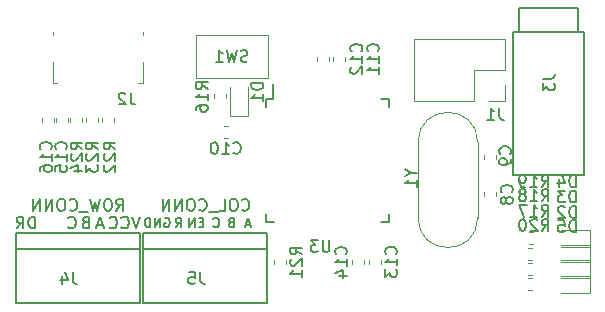
<source format=gbr>
G04 #@! TF.GenerationSoftware,KiCad,Pcbnew,(5.0.2)-1*
G04 #@! TF.CreationDate,2020-04-01T19:52:44+09:00*
G04 #@! TF.ProjectId,controller,636f6e74-726f-46c6-9c65-722e6b696361,rev?*
G04 #@! TF.SameCoordinates,Original*
G04 #@! TF.FileFunction,Legend,Bot*
G04 #@! TF.FilePolarity,Positive*
%FSLAX46Y46*%
G04 Gerber Fmt 4.6, Leading zero omitted, Abs format (unit mm)*
G04 Created by KiCad (PCBNEW (5.0.2)-1) date 2020/04/01 19:52:44*
%MOMM*%
%LPD*%
G01*
G04 APERTURE LIST*
%ADD10C,0.200000*%
%ADD11C,0.180000*%
%ADD12C,0.120000*%
%ADD13C,0.150000*%
G04 APERTURE END LIST*
D10*
X59538095Y-65152380D02*
X59871428Y-64676190D01*
X60109523Y-65152380D02*
X60109523Y-64152380D01*
X59728571Y-64152380D01*
X59633333Y-64200000D01*
X59585714Y-64247619D01*
X59538095Y-64342857D01*
X59538095Y-64485714D01*
X59585714Y-64580952D01*
X59633333Y-64628571D01*
X59728571Y-64676190D01*
X60109523Y-64676190D01*
X58919047Y-64152380D02*
X58728571Y-64152380D01*
X58633333Y-64200000D01*
X58538095Y-64295238D01*
X58490476Y-64485714D01*
X58490476Y-64819047D01*
X58538095Y-65009523D01*
X58633333Y-65104761D01*
X58728571Y-65152380D01*
X58919047Y-65152380D01*
X59014285Y-65104761D01*
X59109523Y-65009523D01*
X59157142Y-64819047D01*
X59157142Y-64485714D01*
X59109523Y-64295238D01*
X59014285Y-64200000D01*
X58919047Y-64152380D01*
X58157142Y-64152380D02*
X57919047Y-65152380D01*
X57728571Y-64438095D01*
X57538095Y-65152380D01*
X57300000Y-64152380D01*
X57157142Y-65247619D02*
X56395238Y-65247619D01*
X55585714Y-65057142D02*
X55633333Y-65104761D01*
X55776190Y-65152380D01*
X55871428Y-65152380D01*
X56014285Y-65104761D01*
X56109523Y-65009523D01*
X56157142Y-64914285D01*
X56204761Y-64723809D01*
X56204761Y-64580952D01*
X56157142Y-64390476D01*
X56109523Y-64295238D01*
X56014285Y-64200000D01*
X55871428Y-64152380D01*
X55776190Y-64152380D01*
X55633333Y-64200000D01*
X55585714Y-64247619D01*
X54966666Y-64152380D02*
X54776190Y-64152380D01*
X54680952Y-64200000D01*
X54585714Y-64295238D01*
X54538095Y-64485714D01*
X54538095Y-64819047D01*
X54585714Y-65009523D01*
X54680952Y-65104761D01*
X54776190Y-65152380D01*
X54966666Y-65152380D01*
X55061904Y-65104761D01*
X55157142Y-65009523D01*
X55204761Y-64819047D01*
X55204761Y-64485714D01*
X55157142Y-64295238D01*
X55061904Y-64200000D01*
X54966666Y-64152380D01*
X54109523Y-65152380D02*
X54109523Y-64152380D01*
X53538095Y-65152380D01*
X53538095Y-64152380D01*
X53061904Y-65152380D02*
X53061904Y-64152380D01*
X52490476Y-65152380D01*
X52490476Y-64152380D01*
D11*
X70890476Y-66333333D02*
X70509523Y-66333333D01*
X70966666Y-66561904D02*
X70700000Y-65761904D01*
X70433333Y-66561904D01*
X69242857Y-66142857D02*
X69128571Y-66180952D01*
X69090476Y-66219047D01*
X69052380Y-66295238D01*
X69052380Y-66409523D01*
X69090476Y-66485714D01*
X69128571Y-66523809D01*
X69204761Y-66561904D01*
X69509523Y-66561904D01*
X69509523Y-65761904D01*
X69242857Y-65761904D01*
X69166666Y-65800000D01*
X69128571Y-65838095D01*
X69090476Y-65914285D01*
X69090476Y-65990476D01*
X69128571Y-66066666D01*
X69166666Y-66104761D01*
X69242857Y-66142857D01*
X69509523Y-66142857D01*
X67752380Y-66485714D02*
X67790476Y-66523809D01*
X67904761Y-66561904D01*
X67980952Y-66561904D01*
X68095238Y-66523809D01*
X68171428Y-66447619D01*
X68209523Y-66371428D01*
X68247619Y-66219047D01*
X68247619Y-66104761D01*
X68209523Y-65952380D01*
X68171428Y-65876190D01*
X68095238Y-65800000D01*
X67980952Y-65761904D01*
X67904761Y-65761904D01*
X67790476Y-65800000D01*
X67752380Y-65838095D01*
X66890476Y-66142857D02*
X66623809Y-66142857D01*
X66509523Y-66561904D02*
X66890476Y-66561904D01*
X66890476Y-65761904D01*
X66509523Y-65761904D01*
X66166666Y-66561904D02*
X66166666Y-65761904D01*
X65709523Y-66561904D01*
X65709523Y-65761904D01*
D10*
X70171428Y-65057142D02*
X70219047Y-65104761D01*
X70361904Y-65152380D01*
X70457142Y-65152380D01*
X70600000Y-65104761D01*
X70695238Y-65009523D01*
X70742857Y-64914285D01*
X70790476Y-64723809D01*
X70790476Y-64580952D01*
X70742857Y-64390476D01*
X70695238Y-64295238D01*
X70600000Y-64200000D01*
X70457142Y-64152380D01*
X70361904Y-64152380D01*
X70219047Y-64200000D01*
X70171428Y-64247619D01*
X69552380Y-64152380D02*
X69361904Y-64152380D01*
X69266666Y-64200000D01*
X69171428Y-64295238D01*
X69123809Y-64485714D01*
X69123809Y-64819047D01*
X69171428Y-65009523D01*
X69266666Y-65104761D01*
X69361904Y-65152380D01*
X69552380Y-65152380D01*
X69647619Y-65104761D01*
X69742857Y-65009523D01*
X69790476Y-64819047D01*
X69790476Y-64485714D01*
X69742857Y-64295238D01*
X69647619Y-64200000D01*
X69552380Y-64152380D01*
X68219047Y-65152380D02*
X68695238Y-65152380D01*
X68695238Y-64152380D01*
X68123809Y-65247619D02*
X67361904Y-65247619D01*
X66552380Y-65057142D02*
X66600000Y-65104761D01*
X66742857Y-65152380D01*
X66838095Y-65152380D01*
X66980952Y-65104761D01*
X67076190Y-65009523D01*
X67123809Y-64914285D01*
X67171428Y-64723809D01*
X67171428Y-64580952D01*
X67123809Y-64390476D01*
X67076190Y-64295238D01*
X66980952Y-64200000D01*
X66838095Y-64152380D01*
X66742857Y-64152380D01*
X66600000Y-64200000D01*
X66552380Y-64247619D01*
X65933333Y-64152380D02*
X65742857Y-64152380D01*
X65647619Y-64200000D01*
X65552380Y-64295238D01*
X65504761Y-64485714D01*
X65504761Y-64819047D01*
X65552380Y-65009523D01*
X65647619Y-65104761D01*
X65742857Y-65152380D01*
X65933333Y-65152380D01*
X66028571Y-65104761D01*
X66123809Y-65009523D01*
X66171428Y-64819047D01*
X66171428Y-64485714D01*
X66123809Y-64295238D01*
X66028571Y-64200000D01*
X65933333Y-64152380D01*
X65076190Y-65152380D02*
X65076190Y-64152380D01*
X64504761Y-65152380D01*
X64504761Y-64152380D01*
X64028571Y-65152380D02*
X64028571Y-64152380D01*
X63457142Y-65152380D01*
X63457142Y-64152380D01*
D11*
X64552380Y-66561904D02*
X64819047Y-66180952D01*
X65009523Y-66561904D02*
X65009523Y-65761904D01*
X64704761Y-65761904D01*
X64628571Y-65800000D01*
X64590476Y-65838095D01*
X64552380Y-65914285D01*
X64552380Y-66028571D01*
X64590476Y-66104761D01*
X64628571Y-66142857D01*
X64704761Y-66180952D01*
X65009523Y-66180952D01*
X63609523Y-65800000D02*
X63685714Y-65761904D01*
X63800000Y-65761904D01*
X63914285Y-65800000D01*
X63990476Y-65876190D01*
X64028571Y-65952380D01*
X64066666Y-66104761D01*
X64066666Y-66219047D01*
X64028571Y-66371428D01*
X63990476Y-66447619D01*
X63914285Y-66523809D01*
X63800000Y-66561904D01*
X63723809Y-66561904D01*
X63609523Y-66523809D01*
X63571428Y-66485714D01*
X63571428Y-66219047D01*
X63723809Y-66219047D01*
X63228571Y-66561904D02*
X63228571Y-65761904D01*
X62771428Y-66561904D01*
X62771428Y-65761904D01*
X62390476Y-66561904D02*
X62390476Y-65761904D01*
X62200000Y-65761904D01*
X62085714Y-65800000D01*
X62009523Y-65876190D01*
X61971428Y-65952380D01*
X61933333Y-66104761D01*
X61933333Y-66219047D01*
X61971428Y-66371428D01*
X62009523Y-66447619D01*
X62085714Y-66523809D01*
X62200000Y-66561904D01*
X62390476Y-66561904D01*
X61533333Y-65652380D02*
X61200000Y-66652380D01*
X60866666Y-65652380D01*
X59961904Y-66557142D02*
X60009523Y-66604761D01*
X60152380Y-66652380D01*
X60247619Y-66652380D01*
X60390476Y-66604761D01*
X60485714Y-66509523D01*
X60533333Y-66414285D01*
X60580952Y-66223809D01*
X60580952Y-66080952D01*
X60533333Y-65890476D01*
X60485714Y-65795238D01*
X60390476Y-65700000D01*
X60247619Y-65652380D01*
X60152380Y-65652380D01*
X60009523Y-65700000D01*
X59961904Y-65747619D01*
X58961904Y-66557142D02*
X59009523Y-66604761D01*
X59152380Y-66652380D01*
X59247619Y-66652380D01*
X59390476Y-66604761D01*
X59485714Y-66509523D01*
X59533333Y-66414285D01*
X59580952Y-66223809D01*
X59580952Y-66080952D01*
X59533333Y-65890476D01*
X59485714Y-65795238D01*
X59390476Y-65700000D01*
X59247619Y-65652380D01*
X59152380Y-65652380D01*
X59009523Y-65700000D01*
X58961904Y-65747619D01*
X52661904Y-66652380D02*
X52661904Y-65652380D01*
X52423809Y-65652380D01*
X52280952Y-65700000D01*
X52185714Y-65795238D01*
X52138095Y-65890476D01*
X52090476Y-66080952D01*
X52090476Y-66223809D01*
X52138095Y-66414285D01*
X52185714Y-66509523D01*
X52280952Y-66604761D01*
X52423809Y-66652380D01*
X52661904Y-66652380D01*
X51090476Y-66652380D02*
X51423809Y-66176190D01*
X51661904Y-66652380D02*
X51661904Y-65652380D01*
X51280952Y-65652380D01*
X51185714Y-65700000D01*
X51138095Y-65747619D01*
X51090476Y-65842857D01*
X51090476Y-65985714D01*
X51138095Y-66080952D01*
X51185714Y-66128571D01*
X51280952Y-66176190D01*
X51661904Y-66176190D01*
X55467619Y-66557142D02*
X55515238Y-66604761D01*
X55658095Y-66652380D01*
X55753333Y-66652380D01*
X55896190Y-66604761D01*
X55991428Y-66509523D01*
X56039047Y-66414285D01*
X56086666Y-66223809D01*
X56086666Y-66080952D01*
X56039047Y-65890476D01*
X55991428Y-65795238D01*
X55896190Y-65700000D01*
X55753333Y-65652380D01*
X55658095Y-65652380D01*
X55515238Y-65700000D01*
X55467619Y-65747619D01*
X56918095Y-66128571D02*
X56775238Y-66176190D01*
X56727619Y-66223809D01*
X56680000Y-66319047D01*
X56680000Y-66461904D01*
X56727619Y-66557142D01*
X56775238Y-66604761D01*
X56870476Y-66652380D01*
X57251428Y-66652380D01*
X57251428Y-65652380D01*
X56918095Y-65652380D01*
X56822857Y-65700000D01*
X56775238Y-65747619D01*
X56727619Y-65842857D01*
X56727619Y-65938095D01*
X56775238Y-66033333D01*
X56822857Y-66080952D01*
X56918095Y-66128571D01*
X57251428Y-66128571D01*
X58368571Y-66366666D02*
X57892380Y-66366666D01*
X58463809Y-66652380D02*
X58130476Y-65652380D01*
X57797142Y-66652380D01*
D12*
G04 #@! TO.C,J2*
X54127500Y-50000000D02*
X54127500Y-50260000D01*
X54127500Y-52540000D02*
X54127500Y-54310000D01*
X54127500Y-54310000D02*
X54507500Y-54310000D01*
X61747500Y-54310000D02*
X61747500Y-52540000D01*
X61747500Y-50260000D02*
X61747500Y-50000000D01*
X61747500Y-54310000D02*
X61367500Y-54310000D01*
G04 #@! TO.C,J1*
X84690000Y-55830000D02*
X84690000Y-50630000D01*
X89830000Y-55830000D02*
X84690000Y-55830000D01*
X92430000Y-50630000D02*
X84690000Y-50630000D01*
X89830000Y-55830000D02*
X89830000Y-53230000D01*
X89830000Y-53230000D02*
X92430000Y-53230000D01*
X92430000Y-53230000D02*
X92430000Y-50630000D01*
X91100000Y-55830000D02*
X92430000Y-55830000D01*
X92430000Y-55830000D02*
X92430000Y-54500000D01*
D13*
G04 #@! TO.C,U3*
X72225000Y-55725000D02*
X72800000Y-55725000D01*
X72225000Y-66075000D02*
X72900000Y-66075000D01*
X82575000Y-66075000D02*
X81900000Y-66075000D01*
X82575000Y-55725000D02*
X81900000Y-55725000D01*
X72225000Y-55725000D02*
X72225000Y-56400000D01*
X82575000Y-55725000D02*
X82575000Y-56400000D01*
X82575000Y-66075000D02*
X82575000Y-65400000D01*
X72225000Y-66075000D02*
X72225000Y-65400000D01*
X72800000Y-55725000D02*
X72800000Y-54450000D01*
D12*
G04 #@! TO.C,Y1*
X90125000Y-65750000D02*
X90125000Y-59350000D01*
X85075000Y-65750000D02*
X85075000Y-59350000D01*
X85075000Y-65750000D02*
G75*
G03X90125000Y-65750000I2525000J0D01*
G01*
X85075000Y-59350000D02*
G75*
G02X90125000Y-59350000I2525000J0D01*
G01*
D13*
G04 #@! TO.C,J3*
X98600000Y-50000000D02*
X98600000Y-48000000D01*
X98600000Y-48000000D02*
X93600000Y-48000000D01*
X93600000Y-48000000D02*
X93600000Y-50000000D01*
X99100000Y-62100000D02*
X99100000Y-50000000D01*
X99100000Y-50000000D02*
X93100000Y-50000000D01*
X93100000Y-50000000D02*
X93100000Y-62100000D01*
X93100000Y-62100000D02*
X99100000Y-62100000D01*
D12*
G04 #@! TO.C,C8*
X90690000Y-63946267D02*
X90690000Y-63603733D01*
X91710000Y-63946267D02*
X91710000Y-63603733D01*
G04 #@! TO.C,C9*
X90690000Y-60428733D02*
X90690000Y-60771267D01*
X91710000Y-60428733D02*
X91710000Y-60771267D01*
G04 #@! TO.C,C10*
X68946267Y-57990000D02*
X68603733Y-57990000D01*
X68946267Y-59010000D02*
X68603733Y-59010000D01*
G04 #@! TO.C,C11*
X77890000Y-52471267D02*
X77890000Y-52128733D01*
X78910000Y-52471267D02*
X78910000Y-52128733D01*
G04 #@! TO.C,C12*
X76490000Y-52471267D02*
X76490000Y-52128733D01*
X77510000Y-52471267D02*
X77510000Y-52128733D01*
G04 #@! TO.C,C13*
X80890000Y-69646267D02*
X80890000Y-69303733D01*
X81910000Y-69646267D02*
X81910000Y-69303733D01*
G04 #@! TO.C,C14*
X80510000Y-69646267D02*
X80510000Y-69303733D01*
X79490000Y-69646267D02*
X79490000Y-69303733D01*
G04 #@! TO.C,C15*
X55460000Y-57328733D02*
X55460000Y-57671267D01*
X54440000Y-57328733D02*
X54440000Y-57671267D01*
G04 #@! TO.C,C16*
X53240000Y-57328733D02*
X53240000Y-57671267D01*
X54260000Y-57328733D02*
X54260000Y-57671267D01*
G04 #@! TO.C,D1*
X70635000Y-54700000D02*
X70635000Y-57160000D01*
X70635000Y-57160000D02*
X69165000Y-57160000D01*
X69165000Y-57160000D02*
X69165000Y-54700000D01*
G04 #@! TO.C,D2*
X97180986Y-69360764D02*
X99640986Y-69360764D01*
X99640986Y-69360764D02*
X99640986Y-70830764D01*
X99640986Y-70830764D02*
X97180986Y-70830764D01*
G04 #@! TO.C,D3*
X99640986Y-69530764D02*
X97180986Y-69530764D01*
X99640986Y-68060764D02*
X99640986Y-69530764D01*
X97180986Y-68060764D02*
X99640986Y-68060764D01*
G04 #@! TO.C,D4*
X97180986Y-66760764D02*
X99640986Y-66760764D01*
X99640986Y-66760764D02*
X99640986Y-68230764D01*
X99640986Y-68230764D02*
X97180986Y-68230764D01*
G04 #@! TO.C,D5*
X99640986Y-72130764D02*
X97180986Y-72130764D01*
X99640986Y-70660764D02*
X99640986Y-72130764D01*
X97180986Y-70660764D02*
X99640986Y-70660764D01*
G04 #@! TO.C,R16*
X68810000Y-55646267D02*
X68810000Y-55303733D01*
X67790000Y-55646267D02*
X67790000Y-55303733D01*
G04 #@! TO.C,R17*
X94409719Y-69585764D02*
X94752253Y-69585764D01*
X94409719Y-70605764D02*
X94752253Y-70605764D01*
G04 #@! TO.C,R18*
X94409719Y-68285764D02*
X94752253Y-68285764D01*
X94409719Y-69305764D02*
X94752253Y-69305764D01*
G04 #@! TO.C,R19*
X94434719Y-68005764D02*
X94777253Y-68005764D01*
X94434719Y-66985764D02*
X94777253Y-66985764D01*
G04 #@! TO.C,R20*
X94409719Y-70885764D02*
X94752253Y-70885764D01*
X94409719Y-71905764D02*
X94752253Y-71905764D01*
G04 #@! TO.C,R21*
X72890000Y-69328733D02*
X72890000Y-69671267D01*
X73910000Y-69328733D02*
X73910000Y-69671267D01*
G04 #@! TO.C,R22*
X58290000Y-57328733D02*
X58290000Y-57671267D01*
X59310000Y-57328733D02*
X59310000Y-57671267D01*
G04 #@! TO.C,R23*
X58010000Y-57328733D02*
X58010000Y-57671267D01*
X56990000Y-57328733D02*
X56990000Y-57671267D01*
G04 #@! TO.C,R24*
X56660000Y-57328733D02*
X56660000Y-57671267D01*
X55640000Y-57328733D02*
X55640000Y-57671267D01*
G04 #@! TO.C,SW1*
X66240000Y-53910000D02*
X72360000Y-53910000D01*
X72360000Y-53910000D02*
X72360000Y-50290000D01*
X72360000Y-50290000D02*
X66240000Y-50290000D01*
X66240000Y-50290000D02*
X66240000Y-53910000D01*
D10*
G04 #@! TO.C,J4*
X51000000Y-67000000D02*
X51000000Y-68400000D01*
X61500000Y-67000000D02*
X51000000Y-67000000D01*
X61500000Y-68400000D02*
X61500000Y-67000000D01*
X51000000Y-73000000D02*
X51000000Y-68400000D01*
X61500000Y-73000000D02*
X51000000Y-73000000D01*
X61500000Y-68400000D02*
X61500000Y-73000000D01*
X51000000Y-68400000D02*
X61500000Y-68400000D01*
G04 #@! TO.C,J5*
X61800000Y-68400000D02*
X72300000Y-68400000D01*
X72300000Y-68400000D02*
X72300000Y-73000000D01*
X72300000Y-73000000D02*
X61800000Y-73000000D01*
X61800000Y-73000000D02*
X61800000Y-68400000D01*
X72300000Y-68400000D02*
X72300000Y-67000000D01*
X72300000Y-67000000D02*
X61800000Y-67000000D01*
X61800000Y-67000000D02*
X61800000Y-68400000D01*
G04 #@! TO.C,J2*
D13*
X60733333Y-55152380D02*
X60733333Y-55866666D01*
X60780952Y-56009523D01*
X60876190Y-56104761D01*
X61019047Y-56152380D01*
X61114285Y-56152380D01*
X60304761Y-55247619D02*
X60257142Y-55200000D01*
X60161904Y-55152380D01*
X59923809Y-55152380D01*
X59828571Y-55200000D01*
X59780952Y-55247619D01*
X59733333Y-55342857D01*
X59733333Y-55438095D01*
X59780952Y-55580952D01*
X60352380Y-56152380D01*
X59733333Y-56152380D01*
G04 #@! TO.C,J1*
X91933333Y-56452380D02*
X91933333Y-57166666D01*
X91980952Y-57309523D01*
X92076190Y-57404761D01*
X92219047Y-57452380D01*
X92314285Y-57452380D01*
X90933333Y-57452380D02*
X91504761Y-57452380D01*
X91219047Y-57452380D02*
X91219047Y-56452380D01*
X91314285Y-56595238D01*
X91409523Y-56690476D01*
X91504761Y-56738095D01*
G04 #@! TO.C,U3*
X77561904Y-67652380D02*
X77561904Y-68461904D01*
X77514285Y-68557142D01*
X77466666Y-68604761D01*
X77371428Y-68652380D01*
X77180952Y-68652380D01*
X77085714Y-68604761D01*
X77038095Y-68557142D01*
X76990476Y-68461904D01*
X76990476Y-67652380D01*
X76609523Y-67652380D02*
X75990476Y-67652380D01*
X76323809Y-68033333D01*
X76180952Y-68033333D01*
X76085714Y-68080952D01*
X76038095Y-68128571D01*
X75990476Y-68223809D01*
X75990476Y-68461904D01*
X76038095Y-68557142D01*
X76085714Y-68604761D01*
X76180952Y-68652380D01*
X76466666Y-68652380D01*
X76561904Y-68604761D01*
X76609523Y-68557142D01*
G04 #@! TO.C,Y1*
X84476190Y-61923809D02*
X84952380Y-61923809D01*
X83952380Y-61590476D02*
X84476190Y-61923809D01*
X83952380Y-62257142D01*
X84952380Y-63114285D02*
X84952380Y-62542857D01*
X84952380Y-62828571D02*
X83952380Y-62828571D01*
X84095238Y-62733333D01*
X84190476Y-62638095D01*
X84238095Y-62542857D01*
G04 #@! TO.C,J3*
X95652380Y-53966666D02*
X96366666Y-53966666D01*
X96509523Y-53919047D01*
X96604761Y-53823809D01*
X96652380Y-53680952D01*
X96652380Y-53585714D01*
X95652380Y-54347619D02*
X95652380Y-54966666D01*
X96033333Y-54633333D01*
X96033333Y-54776190D01*
X96080952Y-54871428D01*
X96128571Y-54919047D01*
X96223809Y-54966666D01*
X96461904Y-54966666D01*
X96557142Y-54919047D01*
X96604761Y-54871428D01*
X96652380Y-54776190D01*
X96652380Y-54490476D01*
X96604761Y-54395238D01*
X96557142Y-54347619D01*
G04 #@! TO.C,C8*
X92987142Y-63608333D02*
X93034761Y-63560714D01*
X93082380Y-63417857D01*
X93082380Y-63322619D01*
X93034761Y-63179761D01*
X92939523Y-63084523D01*
X92844285Y-63036904D01*
X92653809Y-62989285D01*
X92510952Y-62989285D01*
X92320476Y-63036904D01*
X92225238Y-63084523D01*
X92130000Y-63179761D01*
X92082380Y-63322619D01*
X92082380Y-63417857D01*
X92130000Y-63560714D01*
X92177619Y-63608333D01*
X92510952Y-64179761D02*
X92463333Y-64084523D01*
X92415714Y-64036904D01*
X92320476Y-63989285D01*
X92272857Y-63989285D01*
X92177619Y-64036904D01*
X92130000Y-64084523D01*
X92082380Y-64179761D01*
X92082380Y-64370238D01*
X92130000Y-64465476D01*
X92177619Y-64513095D01*
X92272857Y-64560714D01*
X92320476Y-64560714D01*
X92415714Y-64513095D01*
X92463333Y-64465476D01*
X92510952Y-64370238D01*
X92510952Y-64179761D01*
X92558571Y-64084523D01*
X92606190Y-64036904D01*
X92701428Y-63989285D01*
X92891904Y-63989285D01*
X92987142Y-64036904D01*
X93034761Y-64084523D01*
X93082380Y-64179761D01*
X93082380Y-64370238D01*
X93034761Y-64465476D01*
X92987142Y-64513095D01*
X92891904Y-64560714D01*
X92701428Y-64560714D01*
X92606190Y-64513095D01*
X92558571Y-64465476D01*
X92510952Y-64370238D01*
G04 #@! TO.C,C9*
X92857142Y-60333333D02*
X92904761Y-60285714D01*
X92952380Y-60142857D01*
X92952380Y-60047619D01*
X92904761Y-59904761D01*
X92809523Y-59809523D01*
X92714285Y-59761904D01*
X92523809Y-59714285D01*
X92380952Y-59714285D01*
X92190476Y-59761904D01*
X92095238Y-59809523D01*
X92000000Y-59904761D01*
X91952380Y-60047619D01*
X91952380Y-60142857D01*
X92000000Y-60285714D01*
X92047619Y-60333333D01*
X92952380Y-60809523D02*
X92952380Y-61000000D01*
X92904761Y-61095238D01*
X92857142Y-61142857D01*
X92714285Y-61238095D01*
X92523809Y-61285714D01*
X92142857Y-61285714D01*
X92047619Y-61238095D01*
X92000000Y-61190476D01*
X91952380Y-61095238D01*
X91952380Y-60904761D01*
X92000000Y-60809523D01*
X92047619Y-60761904D01*
X92142857Y-60714285D01*
X92380952Y-60714285D01*
X92476190Y-60761904D01*
X92523809Y-60809523D01*
X92571428Y-60904761D01*
X92571428Y-61095238D01*
X92523809Y-61190476D01*
X92476190Y-61238095D01*
X92380952Y-61285714D01*
G04 #@! TO.C,C10*
X69442857Y-60257142D02*
X69490476Y-60304761D01*
X69633333Y-60352380D01*
X69728571Y-60352380D01*
X69871428Y-60304761D01*
X69966666Y-60209523D01*
X70014285Y-60114285D01*
X70061904Y-59923809D01*
X70061904Y-59780952D01*
X70014285Y-59590476D01*
X69966666Y-59495238D01*
X69871428Y-59400000D01*
X69728571Y-59352380D01*
X69633333Y-59352380D01*
X69490476Y-59400000D01*
X69442857Y-59447619D01*
X68490476Y-60352380D02*
X69061904Y-60352380D01*
X68776190Y-60352380D02*
X68776190Y-59352380D01*
X68871428Y-59495238D01*
X68966666Y-59590476D01*
X69061904Y-59638095D01*
X67871428Y-59352380D02*
X67776190Y-59352380D01*
X67680952Y-59400000D01*
X67633333Y-59447619D01*
X67585714Y-59542857D01*
X67538095Y-59733333D01*
X67538095Y-59971428D01*
X67585714Y-60161904D01*
X67633333Y-60257142D01*
X67680952Y-60304761D01*
X67776190Y-60352380D01*
X67871428Y-60352380D01*
X67966666Y-60304761D01*
X68014285Y-60257142D01*
X68061904Y-60161904D01*
X68109523Y-59971428D01*
X68109523Y-59733333D01*
X68061904Y-59542857D01*
X68014285Y-59447619D01*
X67966666Y-59400000D01*
X67871428Y-59352380D01*
G04 #@! TO.C,C11*
X81657142Y-51657142D02*
X81704761Y-51609523D01*
X81752380Y-51466666D01*
X81752380Y-51371428D01*
X81704761Y-51228571D01*
X81609523Y-51133333D01*
X81514285Y-51085714D01*
X81323809Y-51038095D01*
X81180952Y-51038095D01*
X80990476Y-51085714D01*
X80895238Y-51133333D01*
X80800000Y-51228571D01*
X80752380Y-51371428D01*
X80752380Y-51466666D01*
X80800000Y-51609523D01*
X80847619Y-51657142D01*
X81752380Y-52609523D02*
X81752380Y-52038095D01*
X81752380Y-52323809D02*
X80752380Y-52323809D01*
X80895238Y-52228571D01*
X80990476Y-52133333D01*
X81038095Y-52038095D01*
X81752380Y-53561904D02*
X81752380Y-52990476D01*
X81752380Y-53276190D02*
X80752380Y-53276190D01*
X80895238Y-53180952D01*
X80990476Y-53085714D01*
X81038095Y-52990476D01*
G04 #@! TO.C,C12*
X80257142Y-51657142D02*
X80304761Y-51609523D01*
X80352380Y-51466666D01*
X80352380Y-51371428D01*
X80304761Y-51228571D01*
X80209523Y-51133333D01*
X80114285Y-51085714D01*
X79923809Y-51038095D01*
X79780952Y-51038095D01*
X79590476Y-51085714D01*
X79495238Y-51133333D01*
X79400000Y-51228571D01*
X79352380Y-51371428D01*
X79352380Y-51466666D01*
X79400000Y-51609523D01*
X79447619Y-51657142D01*
X80352380Y-52609523D02*
X80352380Y-52038095D01*
X80352380Y-52323809D02*
X79352380Y-52323809D01*
X79495238Y-52228571D01*
X79590476Y-52133333D01*
X79638095Y-52038095D01*
X79447619Y-52990476D02*
X79400000Y-53038095D01*
X79352380Y-53133333D01*
X79352380Y-53371428D01*
X79400000Y-53466666D01*
X79447619Y-53514285D01*
X79542857Y-53561904D01*
X79638095Y-53561904D01*
X79780952Y-53514285D01*
X80352380Y-52942857D01*
X80352380Y-53561904D01*
G04 #@! TO.C,C13*
X83187142Y-68832142D02*
X83234761Y-68784523D01*
X83282380Y-68641666D01*
X83282380Y-68546428D01*
X83234761Y-68403571D01*
X83139523Y-68308333D01*
X83044285Y-68260714D01*
X82853809Y-68213095D01*
X82710952Y-68213095D01*
X82520476Y-68260714D01*
X82425238Y-68308333D01*
X82330000Y-68403571D01*
X82282380Y-68546428D01*
X82282380Y-68641666D01*
X82330000Y-68784523D01*
X82377619Y-68832142D01*
X83282380Y-69784523D02*
X83282380Y-69213095D01*
X83282380Y-69498809D02*
X82282380Y-69498809D01*
X82425238Y-69403571D01*
X82520476Y-69308333D01*
X82568095Y-69213095D01*
X82282380Y-70117857D02*
X82282380Y-70736904D01*
X82663333Y-70403571D01*
X82663333Y-70546428D01*
X82710952Y-70641666D01*
X82758571Y-70689285D01*
X82853809Y-70736904D01*
X83091904Y-70736904D01*
X83187142Y-70689285D01*
X83234761Y-70641666D01*
X83282380Y-70546428D01*
X83282380Y-70260714D01*
X83234761Y-70165476D01*
X83187142Y-70117857D01*
G04 #@! TO.C,C14*
X78957142Y-68857142D02*
X79004761Y-68809523D01*
X79052380Y-68666666D01*
X79052380Y-68571428D01*
X79004761Y-68428571D01*
X78909523Y-68333333D01*
X78814285Y-68285714D01*
X78623809Y-68238095D01*
X78480952Y-68238095D01*
X78290476Y-68285714D01*
X78195238Y-68333333D01*
X78100000Y-68428571D01*
X78052380Y-68571428D01*
X78052380Y-68666666D01*
X78100000Y-68809523D01*
X78147619Y-68857142D01*
X79052380Y-69809523D02*
X79052380Y-69238095D01*
X79052380Y-69523809D02*
X78052380Y-69523809D01*
X78195238Y-69428571D01*
X78290476Y-69333333D01*
X78338095Y-69238095D01*
X78385714Y-70666666D02*
X79052380Y-70666666D01*
X78004761Y-70428571D02*
X78719047Y-70190476D01*
X78719047Y-70809523D01*
G04 #@! TO.C,C15*
X55257142Y-59957142D02*
X55304761Y-59909523D01*
X55352380Y-59766666D01*
X55352380Y-59671428D01*
X55304761Y-59528571D01*
X55209523Y-59433333D01*
X55114285Y-59385714D01*
X54923809Y-59338095D01*
X54780952Y-59338095D01*
X54590476Y-59385714D01*
X54495238Y-59433333D01*
X54400000Y-59528571D01*
X54352380Y-59671428D01*
X54352380Y-59766666D01*
X54400000Y-59909523D01*
X54447619Y-59957142D01*
X55352380Y-60909523D02*
X55352380Y-60338095D01*
X55352380Y-60623809D02*
X54352380Y-60623809D01*
X54495238Y-60528571D01*
X54590476Y-60433333D01*
X54638095Y-60338095D01*
X54352380Y-61814285D02*
X54352380Y-61338095D01*
X54828571Y-61290476D01*
X54780952Y-61338095D01*
X54733333Y-61433333D01*
X54733333Y-61671428D01*
X54780952Y-61766666D01*
X54828571Y-61814285D01*
X54923809Y-61861904D01*
X55161904Y-61861904D01*
X55257142Y-61814285D01*
X55304761Y-61766666D01*
X55352380Y-61671428D01*
X55352380Y-61433333D01*
X55304761Y-61338095D01*
X55257142Y-61290476D01*
G04 #@! TO.C,C16*
X53957142Y-59957142D02*
X54004761Y-59909523D01*
X54052380Y-59766666D01*
X54052380Y-59671428D01*
X54004761Y-59528571D01*
X53909523Y-59433333D01*
X53814285Y-59385714D01*
X53623809Y-59338095D01*
X53480952Y-59338095D01*
X53290476Y-59385714D01*
X53195238Y-59433333D01*
X53100000Y-59528571D01*
X53052380Y-59671428D01*
X53052380Y-59766666D01*
X53100000Y-59909523D01*
X53147619Y-59957142D01*
X54052380Y-60909523D02*
X54052380Y-60338095D01*
X54052380Y-60623809D02*
X53052380Y-60623809D01*
X53195238Y-60528571D01*
X53290476Y-60433333D01*
X53338095Y-60338095D01*
X53052380Y-61766666D02*
X53052380Y-61576190D01*
X53100000Y-61480952D01*
X53147619Y-61433333D01*
X53290476Y-61338095D01*
X53480952Y-61290476D01*
X53861904Y-61290476D01*
X53957142Y-61338095D01*
X54004761Y-61385714D01*
X54052380Y-61480952D01*
X54052380Y-61671428D01*
X54004761Y-61766666D01*
X53957142Y-61814285D01*
X53861904Y-61861904D01*
X53623809Y-61861904D01*
X53528571Y-61814285D01*
X53480952Y-61766666D01*
X53433333Y-61671428D01*
X53433333Y-61480952D01*
X53480952Y-61385714D01*
X53528571Y-61338095D01*
X53623809Y-61290476D01*
G04 #@! TO.C,D1*
X71952380Y-54361904D02*
X70952380Y-54361904D01*
X70952380Y-54600000D01*
X71000000Y-54742857D01*
X71095238Y-54838095D01*
X71190476Y-54885714D01*
X71380952Y-54933333D01*
X71523809Y-54933333D01*
X71714285Y-54885714D01*
X71809523Y-54838095D01*
X71904761Y-54742857D01*
X71952380Y-54600000D01*
X71952380Y-54361904D01*
X71952380Y-55885714D02*
X71952380Y-55314285D01*
X71952380Y-55600000D02*
X70952380Y-55600000D01*
X71095238Y-55504761D01*
X71190476Y-55409523D01*
X71238095Y-55314285D01*
G04 #@! TO.C,D2*
X98438095Y-65752380D02*
X98438095Y-64752380D01*
X98200000Y-64752380D01*
X98057142Y-64800000D01*
X97961904Y-64895238D01*
X97914285Y-64990476D01*
X97866666Y-65180952D01*
X97866666Y-65323809D01*
X97914285Y-65514285D01*
X97961904Y-65609523D01*
X98057142Y-65704761D01*
X98200000Y-65752380D01*
X98438095Y-65752380D01*
X97485714Y-64847619D02*
X97438095Y-64800000D01*
X97342857Y-64752380D01*
X97104761Y-64752380D01*
X97009523Y-64800000D01*
X96961904Y-64847619D01*
X96914285Y-64942857D01*
X96914285Y-65038095D01*
X96961904Y-65180952D01*
X97533333Y-65752380D01*
X96914285Y-65752380D01*
G04 #@! TO.C,D3*
X98438095Y-64452380D02*
X98438095Y-63452380D01*
X98200000Y-63452380D01*
X98057142Y-63500000D01*
X97961904Y-63595238D01*
X97914285Y-63690476D01*
X97866666Y-63880952D01*
X97866666Y-64023809D01*
X97914285Y-64214285D01*
X97961904Y-64309523D01*
X98057142Y-64404761D01*
X98200000Y-64452380D01*
X98438095Y-64452380D01*
X97533333Y-63452380D02*
X96914285Y-63452380D01*
X97247619Y-63833333D01*
X97104761Y-63833333D01*
X97009523Y-63880952D01*
X96961904Y-63928571D01*
X96914285Y-64023809D01*
X96914285Y-64261904D01*
X96961904Y-64357142D01*
X97009523Y-64404761D01*
X97104761Y-64452380D01*
X97390476Y-64452380D01*
X97485714Y-64404761D01*
X97533333Y-64357142D01*
G04 #@! TO.C,D4*
X98438095Y-63152380D02*
X98438095Y-62152380D01*
X98200000Y-62152380D01*
X98057142Y-62200000D01*
X97961904Y-62295238D01*
X97914285Y-62390476D01*
X97866666Y-62580952D01*
X97866666Y-62723809D01*
X97914285Y-62914285D01*
X97961904Y-63009523D01*
X98057142Y-63104761D01*
X98200000Y-63152380D01*
X98438095Y-63152380D01*
X97009523Y-62485714D02*
X97009523Y-63152380D01*
X97247619Y-62104761D02*
X97485714Y-62819047D01*
X96866666Y-62819047D01*
G04 #@! TO.C,D5*
X98438095Y-66952380D02*
X98438095Y-65952380D01*
X98200000Y-65952380D01*
X98057142Y-66000000D01*
X97961904Y-66095238D01*
X97914285Y-66190476D01*
X97866666Y-66380952D01*
X97866666Y-66523809D01*
X97914285Y-66714285D01*
X97961904Y-66809523D01*
X98057142Y-66904761D01*
X98200000Y-66952380D01*
X98438095Y-66952380D01*
X96961904Y-65952380D02*
X97438095Y-65952380D01*
X97485714Y-66428571D01*
X97438095Y-66380952D01*
X97342857Y-66333333D01*
X97104761Y-66333333D01*
X97009523Y-66380952D01*
X96961904Y-66428571D01*
X96914285Y-66523809D01*
X96914285Y-66761904D01*
X96961904Y-66857142D01*
X97009523Y-66904761D01*
X97104761Y-66952380D01*
X97342857Y-66952380D01*
X97438095Y-66904761D01*
X97485714Y-66857142D01*
G04 #@! TO.C,R16*
X67252380Y-54857142D02*
X66776190Y-54523809D01*
X67252380Y-54285714D02*
X66252380Y-54285714D01*
X66252380Y-54666666D01*
X66300000Y-54761904D01*
X66347619Y-54809523D01*
X66442857Y-54857142D01*
X66585714Y-54857142D01*
X66680952Y-54809523D01*
X66728571Y-54761904D01*
X66776190Y-54666666D01*
X66776190Y-54285714D01*
X67252380Y-55809523D02*
X67252380Y-55238095D01*
X67252380Y-55523809D02*
X66252380Y-55523809D01*
X66395238Y-55428571D01*
X66490476Y-55333333D01*
X66538095Y-55238095D01*
X66252380Y-56666666D02*
X66252380Y-56476190D01*
X66300000Y-56380952D01*
X66347619Y-56333333D01*
X66490476Y-56238095D01*
X66680952Y-56190476D01*
X67061904Y-56190476D01*
X67157142Y-56238095D01*
X67204761Y-56285714D01*
X67252380Y-56380952D01*
X67252380Y-56571428D01*
X67204761Y-56666666D01*
X67157142Y-56714285D01*
X67061904Y-56761904D01*
X66823809Y-56761904D01*
X66728571Y-56714285D01*
X66680952Y-56666666D01*
X66633333Y-56571428D01*
X66633333Y-56380952D01*
X66680952Y-56285714D01*
X66728571Y-56238095D01*
X66823809Y-56190476D01*
G04 #@! TO.C,R17*
X95542857Y-65652380D02*
X95876190Y-65176190D01*
X96114285Y-65652380D02*
X96114285Y-64652380D01*
X95733333Y-64652380D01*
X95638095Y-64700000D01*
X95590476Y-64747619D01*
X95542857Y-64842857D01*
X95542857Y-64985714D01*
X95590476Y-65080952D01*
X95638095Y-65128571D01*
X95733333Y-65176190D01*
X96114285Y-65176190D01*
X94590476Y-65652380D02*
X95161904Y-65652380D01*
X94876190Y-65652380D02*
X94876190Y-64652380D01*
X94971428Y-64795238D01*
X95066666Y-64890476D01*
X95161904Y-64938095D01*
X94257142Y-64652380D02*
X93590476Y-64652380D01*
X94019047Y-65652380D01*
G04 #@! TO.C,R18*
X95542857Y-64352380D02*
X95876190Y-63876190D01*
X96114285Y-64352380D02*
X96114285Y-63352380D01*
X95733333Y-63352380D01*
X95638095Y-63400000D01*
X95590476Y-63447619D01*
X95542857Y-63542857D01*
X95542857Y-63685714D01*
X95590476Y-63780952D01*
X95638095Y-63828571D01*
X95733333Y-63876190D01*
X96114285Y-63876190D01*
X94590476Y-64352380D02*
X95161904Y-64352380D01*
X94876190Y-64352380D02*
X94876190Y-63352380D01*
X94971428Y-63495238D01*
X95066666Y-63590476D01*
X95161904Y-63638095D01*
X94019047Y-63780952D02*
X94114285Y-63733333D01*
X94161904Y-63685714D01*
X94209523Y-63590476D01*
X94209523Y-63542857D01*
X94161904Y-63447619D01*
X94114285Y-63400000D01*
X94019047Y-63352380D01*
X93828571Y-63352380D01*
X93733333Y-63400000D01*
X93685714Y-63447619D01*
X93638095Y-63542857D01*
X93638095Y-63590476D01*
X93685714Y-63685714D01*
X93733333Y-63733333D01*
X93828571Y-63780952D01*
X94019047Y-63780952D01*
X94114285Y-63828571D01*
X94161904Y-63876190D01*
X94209523Y-63971428D01*
X94209523Y-64161904D01*
X94161904Y-64257142D01*
X94114285Y-64304761D01*
X94019047Y-64352380D01*
X93828571Y-64352380D01*
X93733333Y-64304761D01*
X93685714Y-64257142D01*
X93638095Y-64161904D01*
X93638095Y-63971428D01*
X93685714Y-63876190D01*
X93733333Y-63828571D01*
X93828571Y-63780952D01*
G04 #@! TO.C,R19*
X95542857Y-63152380D02*
X95876190Y-62676190D01*
X96114285Y-63152380D02*
X96114285Y-62152380D01*
X95733333Y-62152380D01*
X95638095Y-62200000D01*
X95590476Y-62247619D01*
X95542857Y-62342857D01*
X95542857Y-62485714D01*
X95590476Y-62580952D01*
X95638095Y-62628571D01*
X95733333Y-62676190D01*
X96114285Y-62676190D01*
X94590476Y-63152380D02*
X95161904Y-63152380D01*
X94876190Y-63152380D02*
X94876190Y-62152380D01*
X94971428Y-62295238D01*
X95066666Y-62390476D01*
X95161904Y-62438095D01*
X94114285Y-63152380D02*
X93923809Y-63152380D01*
X93828571Y-63104761D01*
X93780952Y-63057142D01*
X93685714Y-62914285D01*
X93638095Y-62723809D01*
X93638095Y-62342857D01*
X93685714Y-62247619D01*
X93733333Y-62200000D01*
X93828571Y-62152380D01*
X94019047Y-62152380D01*
X94114285Y-62200000D01*
X94161904Y-62247619D01*
X94209523Y-62342857D01*
X94209523Y-62580952D01*
X94161904Y-62676190D01*
X94114285Y-62723809D01*
X94019047Y-62771428D01*
X93828571Y-62771428D01*
X93733333Y-62723809D01*
X93685714Y-62676190D01*
X93638095Y-62580952D01*
G04 #@! TO.C,R20*
X95542857Y-66852380D02*
X95876190Y-66376190D01*
X96114285Y-66852380D02*
X96114285Y-65852380D01*
X95733333Y-65852380D01*
X95638095Y-65900000D01*
X95590476Y-65947619D01*
X95542857Y-66042857D01*
X95542857Y-66185714D01*
X95590476Y-66280952D01*
X95638095Y-66328571D01*
X95733333Y-66376190D01*
X96114285Y-66376190D01*
X95161904Y-65947619D02*
X95114285Y-65900000D01*
X95019047Y-65852380D01*
X94780952Y-65852380D01*
X94685714Y-65900000D01*
X94638095Y-65947619D01*
X94590476Y-66042857D01*
X94590476Y-66138095D01*
X94638095Y-66280952D01*
X95209523Y-66852380D01*
X94590476Y-66852380D01*
X93971428Y-65852380D02*
X93876190Y-65852380D01*
X93780952Y-65900000D01*
X93733333Y-65947619D01*
X93685714Y-66042857D01*
X93638095Y-66233333D01*
X93638095Y-66471428D01*
X93685714Y-66661904D01*
X93733333Y-66757142D01*
X93780952Y-66804761D01*
X93876190Y-66852380D01*
X93971428Y-66852380D01*
X94066666Y-66804761D01*
X94114285Y-66757142D01*
X94161904Y-66661904D01*
X94209523Y-66471428D01*
X94209523Y-66233333D01*
X94161904Y-66042857D01*
X94114285Y-65947619D01*
X94066666Y-65900000D01*
X93971428Y-65852380D01*
G04 #@! TO.C,R21*
X75252380Y-68857142D02*
X74776190Y-68523809D01*
X75252380Y-68285714D02*
X74252380Y-68285714D01*
X74252380Y-68666666D01*
X74300000Y-68761904D01*
X74347619Y-68809523D01*
X74442857Y-68857142D01*
X74585714Y-68857142D01*
X74680952Y-68809523D01*
X74728571Y-68761904D01*
X74776190Y-68666666D01*
X74776190Y-68285714D01*
X74347619Y-69238095D02*
X74300000Y-69285714D01*
X74252380Y-69380952D01*
X74252380Y-69619047D01*
X74300000Y-69714285D01*
X74347619Y-69761904D01*
X74442857Y-69809523D01*
X74538095Y-69809523D01*
X74680952Y-69761904D01*
X75252380Y-69190476D01*
X75252380Y-69809523D01*
X75252380Y-70761904D02*
X75252380Y-70190476D01*
X75252380Y-70476190D02*
X74252380Y-70476190D01*
X74395238Y-70380952D01*
X74490476Y-70285714D01*
X74538095Y-70190476D01*
G04 #@! TO.C,R22*
X59452380Y-59957142D02*
X58976190Y-59623809D01*
X59452380Y-59385714D02*
X58452380Y-59385714D01*
X58452380Y-59766666D01*
X58500000Y-59861904D01*
X58547619Y-59909523D01*
X58642857Y-59957142D01*
X58785714Y-59957142D01*
X58880952Y-59909523D01*
X58928571Y-59861904D01*
X58976190Y-59766666D01*
X58976190Y-59385714D01*
X58547619Y-60338095D02*
X58500000Y-60385714D01*
X58452380Y-60480952D01*
X58452380Y-60719047D01*
X58500000Y-60814285D01*
X58547619Y-60861904D01*
X58642857Y-60909523D01*
X58738095Y-60909523D01*
X58880952Y-60861904D01*
X59452380Y-60290476D01*
X59452380Y-60909523D01*
X58547619Y-61290476D02*
X58500000Y-61338095D01*
X58452380Y-61433333D01*
X58452380Y-61671428D01*
X58500000Y-61766666D01*
X58547619Y-61814285D01*
X58642857Y-61861904D01*
X58738095Y-61861904D01*
X58880952Y-61814285D01*
X59452380Y-61242857D01*
X59452380Y-61861904D01*
G04 #@! TO.C,R23*
X57952380Y-59957142D02*
X57476190Y-59623809D01*
X57952380Y-59385714D02*
X56952380Y-59385714D01*
X56952380Y-59766666D01*
X57000000Y-59861904D01*
X57047619Y-59909523D01*
X57142857Y-59957142D01*
X57285714Y-59957142D01*
X57380952Y-59909523D01*
X57428571Y-59861904D01*
X57476190Y-59766666D01*
X57476190Y-59385714D01*
X57047619Y-60338095D02*
X57000000Y-60385714D01*
X56952380Y-60480952D01*
X56952380Y-60719047D01*
X57000000Y-60814285D01*
X57047619Y-60861904D01*
X57142857Y-60909523D01*
X57238095Y-60909523D01*
X57380952Y-60861904D01*
X57952380Y-60290476D01*
X57952380Y-60909523D01*
X56952380Y-61242857D02*
X56952380Y-61861904D01*
X57333333Y-61528571D01*
X57333333Y-61671428D01*
X57380952Y-61766666D01*
X57428571Y-61814285D01*
X57523809Y-61861904D01*
X57761904Y-61861904D01*
X57857142Y-61814285D01*
X57904761Y-61766666D01*
X57952380Y-61671428D01*
X57952380Y-61385714D01*
X57904761Y-61290476D01*
X57857142Y-61242857D01*
G04 #@! TO.C,R24*
X56652380Y-59957142D02*
X56176190Y-59623809D01*
X56652380Y-59385714D02*
X55652380Y-59385714D01*
X55652380Y-59766666D01*
X55700000Y-59861904D01*
X55747619Y-59909523D01*
X55842857Y-59957142D01*
X55985714Y-59957142D01*
X56080952Y-59909523D01*
X56128571Y-59861904D01*
X56176190Y-59766666D01*
X56176190Y-59385714D01*
X55747619Y-60338095D02*
X55700000Y-60385714D01*
X55652380Y-60480952D01*
X55652380Y-60719047D01*
X55700000Y-60814285D01*
X55747619Y-60861904D01*
X55842857Y-60909523D01*
X55938095Y-60909523D01*
X56080952Y-60861904D01*
X56652380Y-60290476D01*
X56652380Y-60909523D01*
X55985714Y-61766666D02*
X56652380Y-61766666D01*
X55604761Y-61528571D02*
X56319047Y-61290476D01*
X56319047Y-61909523D01*
G04 #@! TO.C,SW1*
X70633333Y-52504761D02*
X70490476Y-52552380D01*
X70252380Y-52552380D01*
X70157142Y-52504761D01*
X70109523Y-52457142D01*
X70061904Y-52361904D01*
X70061904Y-52266666D01*
X70109523Y-52171428D01*
X70157142Y-52123809D01*
X70252380Y-52076190D01*
X70442857Y-52028571D01*
X70538095Y-51980952D01*
X70585714Y-51933333D01*
X70633333Y-51838095D01*
X70633333Y-51742857D01*
X70585714Y-51647619D01*
X70538095Y-51600000D01*
X70442857Y-51552380D01*
X70204761Y-51552380D01*
X70061904Y-51600000D01*
X69728571Y-51552380D02*
X69490476Y-52552380D01*
X69300000Y-51838095D01*
X69109523Y-52552380D01*
X68871428Y-51552380D01*
X67966666Y-52552380D02*
X68538095Y-52552380D01*
X68252380Y-52552380D02*
X68252380Y-51552380D01*
X68347619Y-51695238D01*
X68442857Y-51790476D01*
X68538095Y-51838095D01*
G04 #@! TO.C,J4*
X55833333Y-70352380D02*
X55833333Y-71066666D01*
X55880952Y-71209523D01*
X55976190Y-71304761D01*
X56119047Y-71352380D01*
X56214285Y-71352380D01*
X54928571Y-70685714D02*
X54928571Y-71352380D01*
X55166666Y-70304761D02*
X55404761Y-71019047D01*
X54785714Y-71019047D01*
G04 #@! TO.C,J5*
X66633333Y-70352380D02*
X66633333Y-71066666D01*
X66680952Y-71209523D01*
X66776190Y-71304761D01*
X66919047Y-71352380D01*
X67014285Y-71352380D01*
X65680952Y-70352380D02*
X66157142Y-70352380D01*
X66204761Y-70828571D01*
X66157142Y-70780952D01*
X66061904Y-70733333D01*
X65823809Y-70733333D01*
X65728571Y-70780952D01*
X65680952Y-70828571D01*
X65633333Y-70923809D01*
X65633333Y-71161904D01*
X65680952Y-71257142D01*
X65728571Y-71304761D01*
X65823809Y-71352380D01*
X66061904Y-71352380D01*
X66157142Y-71304761D01*
X66204761Y-71257142D01*
G04 #@! TD*
M02*

</source>
